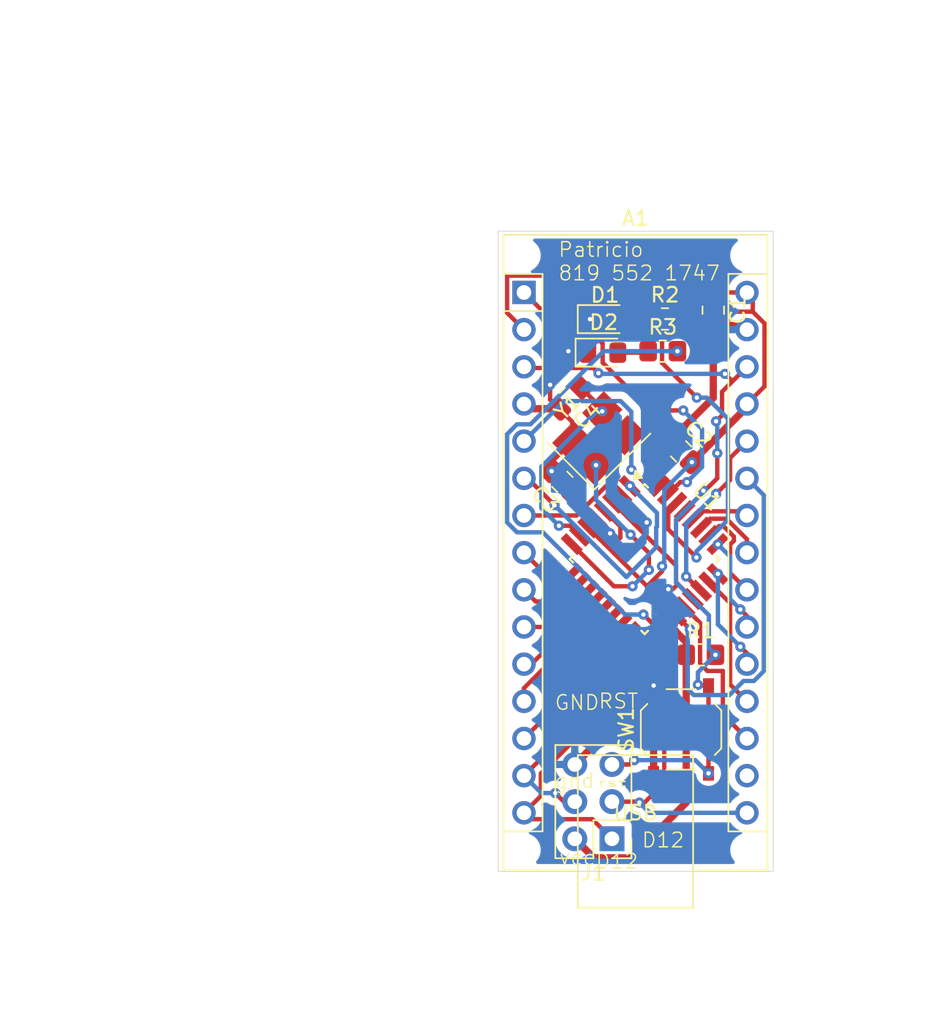
<source format=kicad_pcb>
(kicad_pcb (version 20240108) (generator "pcbnew") (generator_version "8.0")
  (layers (0 "F.Cu" signal) (31 "B.Cu" signal) (34 "B.Paste" user) (35 "F.Paste" user) (36 "B.SilkS" user "B.Silkscreen") (37 "F.SilkS" user "F.Silkscreen") (38 "B.Mask" user) (39 "F.Mask" user) (44 "Edge.Cuts" user))
  (net 0 "")
  (net 2 "A7")
  (net 3 "AREF")
  (net 4 "D7")
  (net 5 "A6")
  (net 6 "/RESET")
  (net 7 "D6")
  (net 8 "D10")
  (net 9 "D2")
  (net 10 "D3")
  (net 11 "A5")
  (net 12 "D4")
  (net 13 "GND")
  (net 14 "D11")
  (net 15 "VCC")
  (net 16 "A3")
  (net 17 "A2")
  (net 18 "D5")
  (net 19 "A1")
  (net 20 "A4")
  (net 21 "D13")
  (net 22 "D9")
  (net 23 "D8")
  (net 24 "A0")
  (net 25 "D12")
  (net 26 "D1")
  (net 27 "D0")
  (net 28 "Net-(U1-XTAL2{slash}PB7)")
  (net 29 "Net-(U1-XTAL1{slash}PB6)")
  (net 30 "Net-(D1-A)")
  (net 31 "Net-(D2-A)")
  (footprint "Connector_PinHeader_2.54mm:PinHeader_2x03_P2.54mm_Vertical" (layer "F.Cu") (at 116.825 112.325 180)
    (property "Reference" "J1" (at 1.27 -2.33 0) (layer "F.SilkS"))
    (property "Value" "ICSP")
    (fp_line (start 3.87 -1.33) (end 3.87 6.41) (stroke (width 0.12)) (layer "F.SilkS"))
    (fp_line (start 1.27 1.27) (end 1.27 -1.33) (stroke (width 0.12)) (layer "F.SilkS"))
    (fp_line (start 1.27 -1.33) (end 3.87 -1.33) (stroke (width 0.12)) (layer "F.SilkS"))
    (fp_line (start -1.33 6.41) (end 3.87 6.41) (stroke (width 0.12)) (layer "F.SilkS"))
    (fp_line (start -1.33 1.27) (end 1.27 1.27) (stroke (width 0.12)) (layer "F.SilkS"))
    (fp_line (start -1.33 1.27) (end -1.33 6.41) (stroke (width 0.12)) (layer "F.SilkS"))
    (fp_line (start -1.33 0) (end -1.33 -1.33) (stroke (width 0.12)) (layer "F.SilkS"))
    (fp_line (start -1.33 -1.33) (end 0 -1.33) (stroke (width 0.12)) (layer "F.SilkS"))
    (pad "1" thru_hole rect (at 0 0 180) (size 1.7 1.7) (drill 1) (layers "*.Cu" "*.Mask") (net 25 "D12"))
    (pad "2" thru_hole oval (at 2.54 0 180) (size 1.7 1.7) (drill 1) (layers "*.Cu" "*.Mask") (net 15 "VCC"))
    (pad "3" thru_hole oval (at 0 2.54 180) (size 1.7 1.7) (drill 1) (layers "*.Cu" "*.Mask") (net 21 "D13"))
    (pad "4" thru_hole oval (at 2.54 2.54 180) (size 1.7 1.7) (drill 1) (layers "*.Cu" "*.Mask") (net 14 "D11"))
    (pad "5" thru_hole oval (at 0 5.08 180) (size 1.7 1.7) (drill 1) (layers "*.Cu" "*.Mask") (net 6 "/RESET"))
    (pad "6" thru_hole oval (at 2.54 5.08 180) (size 1.7 1.7) (drill 1) (layers "*.Cu" "*.Mask") (net 13 "GND"))
  )
  (footprint "Crystal:Crystal_SMD_3225-4Pin_3.2x2.5mm_HandSoldering" (layer "F.Cu") (at 115.95 84.95 45)
    (property "Reference" "Y1" (at 0 -3.05 45) (layer "F.SilkS"))
    (property "Value" "Crystal_GND24")
    (fp_line (start -2.7 -2.25) (end -2.7 2.25) (stroke (width 0.12)) (layer "F.SilkS"))
    (fp_line (start -2.7 2.25) (end 2.7 2.25) (stroke (width 0.12)) (layer "F.SilkS"))
    (pad "1" smd rect (at -1.45 1.15 45) (size 2.1 1.8) (layers "F.Cu" "F.Paste" "F.Mask") (net 28 "Net-(U1-XTAL2{slash}PB7)"))
    (pad "2" smd rect (at 1.45 1.15 45) (size 2.1 1.8) (layers "F.Cu" "F.Paste" "F.Mask") (net 13 "GND"))
    (pad "3" smd rect (at 1.45 -1.15 45) (size 2.1 1.8) (layers "F.Cu" "F.Paste" "F.Mask") (net 29 "Net-(U1-XTAL1{slash}PB6)"))
    (pad "4" smd rect (at -1.45 -1.15 45) (size 2.1 1.8) (layers "F.Cu" "F.Paste" "F.Mask") (net 13 "GND"))
  )
  (footprint "Resistor_SMD:R_0805_2012Metric_Pad1.20x1.40mm_HandSolder" (layer "F.Cu") (at 122.9 99.75)
    (property "Reference" "R1" (at 0 -1.65 0) (layer "F.SilkS"))
    (property "Value" "10k")
    (fp_line (start -0.227064 -0.735) (end 0.227064 -0.735) (stroke (width 0.12)) (layer "F.SilkS"))
    (fp_line (start -0.227064 0.735) (end 0.227064 0.735) (stroke (width 0.12)) (layer "F.SilkS"))
    (pad "1" smd roundrect (at -1 0) (size 1.2 1.4) (layers "F.Cu" "F.Paste" "F.Mask") (roundrect_rratio 0.208333) (net 15 "VCC"))
    (pad "2" smd roundrect (at 1 0) (size 1.2 1.4) (layers "F.Cu" "F.Paste" "F.Mask") (roundrect_rratio 0.208333) (net 6 "/RESET"))
  )
  (footprint "Capacitor_SMD:C_0805_2012Metric_Pad1.18x1.45mm_HandSolder" (layer "F.Cu") (at 113.433623 87.933623 135)
    (property "Reference" "C3" (at 0 -1.679999 135) (layer "F.SilkS"))
    (property "Value" "12pf")
    (fp_line (start -0.261253 -0.735) (end 0.261253 -0.735) (stroke (width 0.12)) (layer "F.SilkS"))
    (fp_line (start -0.261253 0.735) (end 0.261253 0.735) (stroke (width 0.12)) (layer "F.SilkS"))
    (pad "1" smd roundrect (at -1.0375 0 135) (size 1.175 1.45) (layers "F.Cu" "F.Paste" "F.Mask") (roundrect_rratio 0.212766) (net 28 "Net-(U1-XTAL2{slash}PB7)"))
    (pad "2" smd roundrect (at 1.0375 0 135) (size 1.175 1.45) (layers "F.Cu" "F.Paste" "F.Mask") (roundrect_rratio 0.212766) (net 13 "GND"))
  )
  (footprint "LED_SMD:LED_0805_2012Metric_Pad1.15x1.40mm_HandSolder" (layer "F.Cu") (at 116.35 76.81)
    (property "Reference" "D1" (at 0 -1.65 0) (layer "F.SilkS"))
    (property "Value" "LED")
    (fp_line (start -1.86 -0.96) (end -1.86 0.96) (stroke (width 0.12)) (layer "F.SilkS"))
    (fp_line (start -1.86 0.96) (end 1 0.96) (stroke (width 0.12)) (layer "F.SilkS"))
    (fp_line (start 1 -0.96) (end -1.86 -0.96) (stroke (width 0.12)) (layer "F.SilkS"))
    (pad "1" smd roundrect (at -1.025 0) (size 1.15 1.4) (layers "F.Cu" "F.Paste" "F.Mask") (roundrect_rratio 0.217391) (net 13 "GND"))
    (pad "2" smd roundrect (at 1.025 0) (size 1.15 1.4) (layers "F.Cu" "F.Paste" "F.Mask") (roundrect_rratio 0.217391) (net 30 "Net-(D1-A)"))
  )
  (footprint "Module:Arduino_Nano_WithMountingHoles" (layer "F.Cu") (at 110.8125 74.98875)
    (property "Reference" "A1" (at 7.62 -5.08 0) (layer "F.SilkS"))
    (property "Value" "Arduino_Nano_v3.x")
    (fp_line (start -1.4 -3.94) (end -1.4 -1.27) (stroke (width 0.12)) (layer "F.SilkS"))
    (fp_line (start -1.4 1.27) (end -1.4 39.5) (stroke (width 0.12)) (layer "F.SilkS"))
    (fp_line (start -1.4 39.5) (end 3.68 39.5) (stroke (width 0.12)) (layer "F.SilkS"))
    (fp_line (start 1.27 -1.27) (end -1.4 -1.27) (stroke (width 0.12)) (layer "F.SilkS"))
    (fp_line (start 1.27 1.27) (end -1.4 1.27) (stroke (width 0.12)) (layer "F.SilkS"))
    (fp_line (start 1.27 1.27) (end 1.27 -1.27) (stroke (width 0.12)) (layer "F.SilkS"))
    (fp_line (start 1.27 1.27) (end 1.27 36.83) (stroke (width 0.12)) (layer "F.SilkS"))
    (fp_line (start 1.27 36.83) (end -1.4 36.83) (stroke (width 0.12)) (layer "F.SilkS"))
    (fp_line (start 3.68 31.62) (end 11.56 31.62) (stroke (width 0.12)) (layer "F.SilkS"))
    (fp_line (start 3.68 42.04) (end 3.68 31.62) (stroke (width 0.12)) (layer "F.SilkS"))
    (fp_line (start 11.56 31.62) (end 11.56 42.04) (stroke (width 0.12)) (layer "F.SilkS"))
    (fp_line (start 11.56 42.04) (end 3.68 42.04) (stroke (width 0.12)) (layer "F.SilkS"))
    (fp_line (start 13.97 -1.27) (end 13.97 36.83) (stroke (width 0.12)) (layer "F.SilkS"))
    (fp_line (start 13.97 -1.27) (end 16.64 -1.27) (stroke (width 0.12)) (layer "F.SilkS"))
    (fp_line (start 13.97 36.83) (end 16.64 36.83) (stroke (width 0.12)) (layer "F.SilkS"))
    (fp_line (start 16.64 -3.94) (end -1.4 -3.94) (stroke (width 0.12)) (layer "F.SilkS"))
    (fp_line (start 16.64 39.5) (end 11.56 39.5) (stroke (width 0.12)) (layer "F.SilkS"))
    (fp_line (start 16.64 39.5) (end 16.64 -3.94) (stroke (width 0.12)) (layer "F.SilkS"))
    (fp_text user "USB" (at 7.62 35.56 0) (layer "F.SilkS"))
    (pad "" np_thru_hole circle (at 0 -2.54) (size 1.78 1.78) (drill 1.78) (layers "*.Cu" "*.Mask"))
    (pad "" np_thru_hole circle (at 0 38.1) (size 1.78 1.78) (drill 1.78) (layers "*.Cu" "*.Mask"))
    (pad "" np_thru_hole circle (at 15.24 -2.54) (size 1.78 1.78) (drill 1.78) (layers "*.Cu" "*.Mask"))
    (pad "" np_thru_hole circle (at 15.24 38.1) (size 1.78 1.78) (drill 1.78) (layers "*.Cu" "*.Mask"))
    (pad "1" thru_hole rect (at 0 0) (size 1.6 1.6) (drill 1) (layers "*.Cu" "*.Mask") (net 26 "D1"))
    (pad "2" thru_hole oval (at 0 2.54) (size 1.6 1.6) (drill 1) (layers "*.Cu" "*.Mask") (net 27 "D0"))
    (pad "3" thru_hole oval (at 0 5.08) (size 1.6 1.6) (drill 1) (layers "*.Cu" "*.Mask") (net 6 "/RESET"))
    (pad "4" thru_hole oval (at 0 7.62) (size 1.6 1.6) (drill 1) (layers "*.Cu" "*.Mask") (net 13 "GND"))
    (pad "5" thru_hole oval (at 0 10.16) (size 1.6 1.6) (drill 1) (layers "*.Cu" "*.Mask") (net 9 "D2"))
    (pad "6" thru_hole oval (at 0 12.7) (size 1.6 1.6) (drill 1) (layers "*.Cu" "*.Mask") (net 10 "D3"))
    (pad "7" thru_hole oval (at 0 15.24) (size 1.6 1.6) (drill 1) (layers "*.Cu" "*.Mask") (net 12 "D4"))
    (pad "8" thru_hole oval (at 0 17.78) (size 1.6 1.6) (drill 1) (layers "*.Cu" "*.Mask") (net 18 "D5"))
    (pad "9" thru_hole oval (at 0 20.32) (size 1.6 1.6) (drill 1) (layers "*.Cu" "*.Mask") (net 7 "D6"))
    (pad "10" thru_hole oval (at 0 22.86) (size 1.6 1.6) (drill 1) (layers "*.Cu" "*.Mask") (net 4 "D7"))
    (pad "11" thru_hole oval (at 0 25.4) (size 1.6 1.6) (drill 1) (layers "*.Cu" "*.Mask") (net 23 "D8"))
    (pad "12" thru_hole oval (at 0 27.94) (size 1.6 1.6) (drill 1) (layers "*.Cu" "*.Mask") (net 22 "D9"))
    (pad "13" thru_hole oval (at 0 30.48) (size 1.6 1.6) (drill 1) (layers "*.Cu" "*.Mask") (net 8 "D10"))
    (pad "14" thru_hole oval (at 0 33.02) (size 1.6 1.6) (drill 1) (layers "*.Cu" "*.Mask") (net 14 "D11"))
    (pad "15" thru_hole oval (at 0 35.56) (size 1.6 1.6) (drill 1) (layers "*.Cu" "*.Mask") (net 25 "D12"))
    (pad "16" thru_hole oval (at 15.24 35.56) (size 1.6 1.6) (drill 1) (layers "*.Cu" "*.Mask") (net 21 "D13"))
    (pad "17" thru_hole oval (at 15.24 33.02) (size 1.6 1.6) (drill 1) (layers "*.Cu" "*.Mask"))
    (pad "18" thru_hole oval (at 15.24 30.48) (size 1.6 1.6) (drill 1) (layers "*.Cu" "*.Mask") (net 3 "AREF"))
    (pad "19" thru_hole oval (at 15.24 27.94) (size 1.6 1.6) (drill 1) (layers "*.Cu" "*.Mask") (net 24 "A0"))
    (pad "20" thru_hole oval (at 15.24 25.4) (size 1.6 1.6) (drill 1) (layers "*.Cu" "*.Mask") (net 19 "A1"))
    (pad "21" thru_hole oval (at 15.24 22.86) (size 1.6 1.6) (drill 1) (layers "*.Cu" "*.Mask") (net 17 "A2"))
    (pad "22" thru_hole oval (at 15.24 20.32) (size 1.6 1.6) (drill 1) (layers "*.Cu" "*.Mask") (net 16 "A3"))
    (pad "23" thru_hole oval (at 15.24 17.78) (size 1.6 1.6) (drill 1) (layers "*.Cu" "*.Mask") (net 20 "A4"))
    (pad "24" thru_hole oval (at 15.24 15.24) (size 1.6 1.6) (drill 1) (layers "*.Cu" "*.Mask") (net 11 "A5"))
    (pad "25" thru_hole oval (at 15.24 12.7) (size 1.6 1.6) (drill 1) (layers "*.Cu" "*.Mask") (net 5 "A6"))
    (pad "26" thru_hole oval (at 15.24 10.16) (size 1.6 1.6) (drill 1) (layers "*.Cu" "*.Mask") (net 2 "A7"))
    (pad "27" thru_hole oval (at 15.24 7.62) (size 1.6 1.6) (drill 1) (layers "*.Cu" "*.Mask") (net 15 "VCC"))
    (pad "28" thru_hole oval (at 15.24 5.08) (size 1.6 1.6) (drill 1) (layers "*.Cu" "*.Mask") (net 6 "/RESET"))
    (pad "29" thru_hole oval (at 15.24 2.54) (size 1.6 1.6) (drill 1) (layers "*.Cu" "*.Mask") (net 13 "GND"))
    (pad "30" thru_hole oval (at 15.24 0) (size 1.6 1.6) (drill 1) (layers "*.Cu" "*.Mask") (net 15 "VCC"))
  )
  (footprint "Capacitor_SMD:C_0805_2012Metric_Pad1.18x1.45mm_HandSolder" (layer "F.Cu") (at 123.75 76.2 -90)
    (property "Reference" "C1" (at 0 -1.68 90) (layer "F.SilkS"))
    (property "Value" "100nf")
    (fp_line (start -0.261252 0.735) (end 0.261252 0.735) (stroke (width 0.12)) (layer "F.SilkS"))
    (fp_line (start -0.261252 -0.735) (end 0.261252 -0.735) (stroke (width 0.12)) (layer "F.SilkS"))
    (pad "1" smd roundrect (at -1.0375 0 270) (size 1.175 1.45) (layers "F.Cu" "F.Paste" "F.Mask") (roundrect_rratio 0.212766) (net 15 "VCC"))
    (pad "2" smd roundrect (at 1.0375 0 270) (size 1.175 1.45) (layers "F.Cu" "F.Paste" "F.Mask") (roundrect_rratio 0.212766) (net 13 "GND"))
  )
  (footprint "Button_Switch_SMD:SW_Push_1P1T_XKB_TS-1187A" (layer "F.Cu") (at 121.55 104.85 90)
    (property "Reference" "SW1" (at 0 -3.75 90) (layer "F.SilkS"))
    (property "Value" "SW_SPST")
    (fp_line (start -1.3 -2.75) (end 1.3 -2.75) (stroke (width 0.12)) (layer "F.SilkS"))
    (fp_line (start 1.75 -2.3) (end 1.3 -2.75) (stroke (width 0.12)) (layer "F.SilkS"))
    (fp_line (start -1.75 -2.3) (end -1.3 -2.75) (stroke (width 0.12)) (layer "F.SilkS"))
    (fp_line (start 2.75 -1) (end 2.75 1) (stroke (width 0.12)) (layer "F.SilkS"))
    (fp_line (start -2.75 -1) (end -2.75 1) (stroke (width 0.12)) (layer "F.SilkS"))
    (fp_line (start 1.75 2.3) (end 1.3 2.75) (stroke (width 0.12)) (layer "F.SilkS"))
    (fp_line (start -1.75 2.3) (end -1.3 2.75) (stroke (width 0.12)) (layer "F.SilkS"))
    (fp_line (start -1.3 2.75) (end 1.3 2.75) (stroke (width 0.12)) (layer "F.SilkS"))
    (pad "1" smd rect (at -3 -1.875 90) (size 1 0.75) (layers "F.Cu" "F.Paste" "F.Mask") (net 13 "GND"))
    (pad "1" smd rect (at 3 -1.875 90) (size 1 0.75) (layers "F.Cu" "F.Paste" "F.Mask") (net 13 "GND"))
    (pad "2" smd rect (at -3 1.875 90) (size 1 0.75) (layers "F.Cu" "F.Paste" "F.Mask") (net 6 "/RESET"))
    (pad "2" smd rect (at 3 1.875 90) (size 1 0.75) (layers "F.Cu" "F.Paste" "F.Mask") (net 6 "/RESET"))
  )
  (footprint "Capacitor_SMD:C_0805_2012Metric_Pad1.18x1.45mm_HandSolder" (layer "F.Cu") (at 113.95 82.2 -135)
    (property "Reference" "C4" (at 0 -1.679999 45) (layer "F.SilkS"))
    (property "Value" "12pf")
    (fp_line (start -0.261253 0.735) (end 0.261253 0.735) (stroke (width 0.12)) (layer "F.SilkS"))
    (fp_line (start -0.261253 -0.735) (end 0.261253 -0.735) (stroke (width 0.12)) (layer "F.SilkS"))
    (pad "1" smd roundrect (at -1.0375 0 225) (size 1.175 1.45) (layers "F.Cu" "F.Paste" "F.Mask") (roundrect_rratio 0.212766) (net 29 "Net-(U1-XTAL1{slash}PB6)"))
    (pad "2" smd roundrect (at 1.0375 0 225) (size 1.175 1.45) (layers "F.Cu" "F.Paste" "F.Mask") (roundrect_rratio 0.212766) (net 13 "GND"))
  )
  (footprint "Package_QFP:TQFP-32_7x7mm_P0.8mm" (layer "F.Cu") (at 119.0625 93.209861 -45)
    (property "Reference" "U1" (at 0 -6.05 135) (layer "F.SilkS"))
    (property "Value" "ATmega328P-A")
    (fp_line (start -3.625 3.625) (end -3.625 3.299999) (stroke (width 0.15)) (layer "F.SilkS"))
    (fp_line (start -3.625 3.625) (end -3.299999 3.625) (stroke (width 0.15)) (layer "F.SilkS"))
    (fp_line (start -3.625 -3.625) (end -3.625 -3.4) (stroke (width 0.15)) (layer "F.SilkS"))
    (fp_line (start -3.625 -3.625) (end -3.299999 -3.625) (stroke (width 0.15)) (layer "F.SilkS"))
    (fp_line (start 3.625 3.625) (end 3.299999 3.625) (stroke (width 0.15)) (layer "F.SilkS"))
    (fp_line (start 3.625 3.625) (end 3.625 3.299999) (stroke (width 0.15)) (layer "F.SilkS"))
    (fp_line (start 3.625 -3.625) (end 3.299999 -3.625) (stroke (width 0.15)) (layer "F.SilkS"))
    (fp_line (start 3.625 -3.625) (end 3.625 -3.299999) (stroke (width 0.15)) (layer "F.SilkS"))
    (fp_poly (pts (xy -4.39 -3.34) (xy -4.73 -3.81) (xy -4.05 -3.81) (xy -4.39 -3.34)) (stroke (width 0.12)) (fill solid) (layer "F.SilkS"))
    (pad "1" smd rect (at -4.25 -2.8 315) (size 1.6 0.55) (layers "F.Cu" "F.Paste" "F.Mask") (net 10 "D3"))
    (pad "2" smd rect (at -4.25 -2 315) (size 1.6 0.55) (layers "F.Cu" "F.Paste" "F.Mask") (net 12 "D4"))
    (pad "3" smd rect (at -4.25 -1.2 315) (size 1.6 0.55) (layers "F.Cu" "F.Paste" "F.Mask") (net 13 "GND"))
    (pad "4" smd rect (at -4.25 -0.4 315) (size 1.6 0.55) (layers "F.Cu" "F.Paste" "F.Mask") (net 15 "VCC"))
    (pad "5" smd rect (at -4.25 0.4 315) (size 1.6 0.55) (layers "F.Cu" "F.Paste" "F.Mask") (net 13 "GND"))
    (pad "6" smd rect (at -4.25 1.2 315) (size 1.6 0.55) (layers "F.Cu" "F.Paste" "F.Mask") (net 15 "VCC"))
    (pad "7" smd rect (at -4.25 2 315) (size 1.6 0.55) (layers "F.Cu" "F.Paste" "F.Mask") (net 29 "Net-(U1-XTAL1{slash}PB6)"))
    (pad "8" smd rect (at -4.25 2.8 315) (size 1.6 0.55) (layers "F.Cu" "F.Paste" "F.Mask") (net 28 "Net-(U1-XTAL2{slash}PB7)"))
    (pad "9" smd rect (at -2.8 4.25 45) (size 1.6 0.55) (layers "F.Cu" "F.Paste" "F.Mask") (net 18 "D5"))
    (pad "10" smd rect (at -2 4.25 45) (size 1.6 0.55) (layers "F.Cu" "F.Paste" "F.Mask") (net 7 "D6"))
    (pad "11" smd rect (at -1.2 4.25 45) (size 1.6 0.55) (layers "F.Cu" "F.Paste" "F.Mask") (net 4 "D7"))
    (pad "12" smd rect (at -0.4 4.25 45) (size 1.6 0.55) (layers "F.Cu" "F.Paste" "F.Mask") (net 23 "D8"))
    (pad "13" smd rect (at 0.4 4.25 45) (size 1.6 0.55) (layers "F.Cu" "F.Paste" "F.Mask") (net 22 "D9"))
    (pad "14" smd rect (at 1.2 4.25 45) (size 1.6 0.55) (layers "F.Cu" "F.Paste" "F.Mask") (net 8 "D10"))
    (pad "15" smd rect (at 2 4.25 45) (size 1.6 0.55) (layers "F.Cu" "F.Paste" "F.Mask") (net 14 "D11"))
    (pad "16" smd rect (at 2.8 4.25 45) (size 1.6 0.55) (layers "F.Cu" "F.Paste" "F.Mask") (net 25 "D12"))
    (pad "17" smd rect (at 4.25 2.8 315) (size 1.6 0.55) (layers "F.Cu" "F.Paste" "F.Mask") (net 21 "D13"))
    (pad "18" smd rect (at 4.25 2 315) (size 1.6 0.55) (layers "F.Cu" "F.Paste" "F.Mask") (net 15 "VCC"))
    (pad "19" smd rect (at 4.25 1.2 315) (size 1.6 0.55) (layers "F.Cu" "F.Paste" "F.Mask") (net 5 "A6"))
    (pad "20" smd rect (at 4.25 0.4 315) (size 1.6 0.55) (layers "F.Cu" "F.Paste" "F.Mask") (net 3 "AREF"))
    (pad "21" smd rect (at 4.25 -0.4 315) (size 1.6 0.55) (layers "F.Cu" "F.Paste" "F.Mask") (net 13 "GND"))
    (pad "22" smd rect (at 4.25 -1.2 315) (size 1.6 0.55) (layers "F.Cu" "F.Paste" "F.Mask") (net 2 "A7"))
    (pad "23" smd rect (at 4.25 -2 315) (size 1.6 0.55) (layers "F.Cu" "F.Paste" "F.Mask") (net 24 "A0"))
    (pad "24" smd rect (at 4.25 -2.8 315) (size 1.6 0.55) (layers "F.Cu" "F.Paste" "F.Mask") (net 19 "A1"))
    (pad "25" smd rect (at 2.8 -4.25 45) (size 1.6 0.55) (layers "F.Cu" "F.Paste" "F.Mask") (net 17 "A2"))
    (pad "26" smd rect (at 2 -4.25 45) (size 1.6 0.55) (layers "F.Cu" "F.Paste" "F.Mask") (net 16 "A3"))
    (pad "27" smd rect (at 1.2 -4.25 45) (size 1.6 0.55) (layers "F.Cu" "F.Paste" "F.Mask") (net 20 "A4"))
    (pad "28" smd rect (at 0.4 -4.25 45) (size 1.6 0.55) (layers "F.Cu" "F.Paste" "F.Mask") (net 11 "A5"))
    (pad "29" smd rect (at -0.4 -4.25 45) (size 1.6 0.55) (layers "F.Cu" "F.Paste" "F.Mask") (net 6 "/RESET"))
    (pad "30" smd rect (at -1.2 -4.25 45) (size 1.6 0.55) (layers "F.Cu" "F.Paste" "F.Mask") (net 27 "D0"))
    (pad "31" smd rect (at -2 -4.25 45) (size 1.6 0.55) (layers "F.Cu" "F.Paste" "F.Mask") (net 26 "D1"))
    (pad "32" smd rect (at -2.8 -4.25 45) (size 1.6 0.55) (layers "F.Cu" "F.Paste" "F.Mask") (net 9 "D2"))
  )
  (footprint "Resistor_SMD:R_0805_2012Metric_Pad1.20x1.40mm_HandSolder" (layer "F.Cu") (at 120.45 76.8)
    (property "Reference" "R2" (at 0 -1.65 0) (layer "F.SilkS"))
    (property "Value" "1k")
    (fp_line (start -0.227064 -0.735) (end 0.227064 -0.735) (stroke (width 0.12)) (layer "F.SilkS"))
    (fp_line (start -0.227064 0.735) (end 0.227064 0.735) (stroke (width 0.12)) (layer "F.SilkS"))
    (pad "1" smd roundrect (at -1 0) (size 1.2 1.4) (layers "F.Cu" "F.Paste" "F.Mask") (roundrect_rratio 0.208333) (net 30 "Net-(D1-A)"))
    (pad "2" smd roundrect (at 1 0) (size 1.2 1.4) (layers "F.Cu" "F.Paste" "F.Mask") (roundrect_rratio 0.208333) (net 15 "VCC"))
  )
  (footprint "Resistor_SMD:R_0805_2012Metric_Pad1.20x1.40mm_HandSolder" (layer "F.Cu") (at 120.3 79)
    (property "Reference" "R3" (at 0 -1.65 0) (layer "F.SilkS"))
    (property "Value" "1k")
    (fp_line (start -0.227064 -0.735) (end 0.227064 -0.735) (stroke (width 0.12)) (layer "F.SilkS"))
    (fp_line (start -0.227064 0.735) (end 0.227064 0.735) (stroke (width 0.12)) (layer "F.SilkS"))
    (pad "1" smd roundrect (at -1 0) (size 1.2 1.4) (layers "F.Cu" "F.Paste" "F.Mask") (roundrect_rratio 0.208333) (net 31 "Net-(D2-A)"))
    (pad "2" smd roundrect (at 1 0) (size 1.2 1.4) (layers "F.Cu" "F.Paste" "F.Mask") (roundrect_rratio 0.208333) (net 21 "D13"))
  )
  (footprint "Capacitor_SMD:C_0805_2012Metric_Pad1.18x1.45mm_HandSolder" (layer "F.Cu") (at 121.55 85.85 -45)
    (property "Reference" "C2" (at 0 -1.679999 135) (layer "F.SilkS"))
    (property "Value" "100nf")
    (fp_line (start -0.261253 0.735) (end 0.261253 0.735) (stroke (width 0.12)) (layer "F.SilkS"))
    (fp_line (start -0.261253 -0.735) (end 0.261253 -0.735) (stroke (width 0.12)) (layer "F.SilkS"))
    (pad "1" smd roundrect (at -1.0375 0 315) (size 1.175 1.45) (layers "F.Cu" "F.Paste" "F.Mask") (roundrect_rratio 0.212766) (net 13 "GND"))
    (pad "2" smd roundrect (at 1.0375 0 315) (size 1.175 1.45) (layers "F.Cu" "F.Paste" "F.Mask") (roundrect_rratio 0.212766) (net 15 "VCC"))
  )
  (footprint "LED_SMD:LED_0805_2012Metric_Pad1.15x1.40mm_HandSolder" (layer "F.Cu") (at 116.2 79.1)
    (property "Reference" "D2" (at 0.06 -2.07 0) (layer "F.SilkS"))
    (property "Value" "LED")
    (fp_line (start -1.86 -0.96) (end -1.86 0.96) (stroke (width 0.12)) (layer "F.SilkS"))
    (fp_line (start -1.86 0.96) (end 1 0.96) (stroke (width 0.12)) (layer "F.SilkS"))
    (fp_line (start 1 -0.96) (end -1.86 -0.96) (stroke (width 0.12)) (layer "F.SilkS"))
    (pad "1" smd roundrect (at -1.025 0) (size 1.15 1.4) (layers "F.Cu" "F.Paste" "F.Mask") (roundrect_rratio 0.217391) (net 13 "GND"))
    (pad "2" smd roundrect (at 1.025 0) (size 1.15 1.4) (layers "F.Cu" "F.Paste" "F.Mask") (roundrect_rratio 0.217391) (net 31 "Net-(D2-A)"))
  )
  (gr_rect (start 109.05 70.8) (end 127.85 114.55) (stroke (width 0.05)) (fill none) (layer "Edge.Cuts"))
  (gr_text "vcc" (at 113.15 114.2 0) (layer "F.SilkS") (effects (font (size 1 1) (thickness 0.1)) (justify left bottom)))
  (gr_text "D12" (at 115.65 114.45 0) (layer "F.SilkS") (effects (font (size 1 1) (thickness 0.1)) (justify left bottom)))
  (gr_text "Patricio\n819 552 1747" (at 113.1 74.25 0) (layer "F.SilkS") (effects (font (size 1 1) (thickness 0.1)) (justify left bottom)))
  (gr_text "RST" (at 115.85 103.5 0) (layer "F.SilkS") (effects (font (size 1 1) (thickness 0.1)) (justify left bottom)))
  (gr_text "gnd" (at 112.85 108.95 0) (layer "F.SilkS") (effects (font (size 1 1) (thickness 0.1)) (justify left bottom)))
  (gr_text "GND\n" (at 112.85 103.6 0) (layer "F.SilkS") (effects (font (size 1 1) (thickness 0.1)) (justify left bottom)))
  (gr_text "rst" (at 115.75 108.8 0) (layer "F.SilkS") (effects (font (size 0.5 1) (thickness 0.1)) (justify left bottom)))
  (gr_text "D12" (at 118.8 113 0) (layer "F.SilkS") (effects (font (size 1 1) (thickness 0.1)) (justify left bottom)))
  (segment (start 122.866537 95.366537) (end 121.9 94.4) (width 0.3) (layer "F.Cu") (net 2))
  (segment (start 124.9025 87.794126) (end 124.9025 86.29875) (width 0.3) (layer "F.Cu") (net 2))
  (segment (start 123.948313 88.748313) (end 124.9025 87.794126) (width 0.3) (layer "F.Cu") (net 2))
  (segment (start 124.9025 86.29875) (end 126.0525 85.14875) (width 0.3) (layer "F.Cu") (net 2))
  (segment (start 122.916232 95.366537) (end 122.866537 95.366537) (width 0.3) (layer "F.Cu") (net 2))
  (via (at 121.9 94.4) (size 0.7) (drill 0.3) (layers "F.Cu" "B.Cu") (net 2))
  (via (at 123.948313 88.748313) (size 0.7) (drill 0.3) (layers "F.Cu" "B.Cu") (net 2))
  (segment (start 121.9 90.796626) (end 123.948313 88.748313) (width 0.3) (layer "B.Cu") (net 2))
  (segment (start 121.9 94.4) (end 121.9 90.796626) (width 0.3) (layer "B.Cu") (net 2))
  (segment (start 123.347044 100.8525) (end 122.85 100.355456) (width 0.3) (layer "F.Cu") (net 3))
  (segment (start 124.4025 103.81875) (end 124.4025 100.8525) (width 0.3) (layer "F.Cu") (net 3))
  (segment (start 122.85 100.355456) (end 122.85 97.563047) (width 0.3) (layer "F.Cu") (net 3))
  (segment (start 126.0525 105.46875) (end 124.4025 103.81875) (width 0.3) (layer "F.Cu") (net 3))
  (segment (start 124.4025 100.8525) (end 123.347044 100.8525) (width 0.3) (layer "F.Cu") (net 3))
  (segment (start 122.85 97.563047) (end 121.784861 96.497908) (width 0.3) (layer "F.Cu") (net 3))
  (segment (start 115.208768 95.366537) (end 112.726555 97.84875) (width 0.3) (layer "F.Cu") (net 4))
  (segment (start 112.726555 97.84875) (end 110.8125 97.84875) (width 0.3) (layer "F.Cu") (net 4))
  (segment (start 121.219176 97.063593) (end 122.150001 97.994418) (width 0.3) (layer "F.Cu") (net 5))
  (via (at 122.150001 97.994418) (size 0.7) (drill 0.3) (layers "F.Cu" "B.Cu") (net 5))
  (segment (start 126.528846 101.53875) (end 127.2025 100.865096) (width 0.3) (layer "B.Cu") (net 5))
  (segment (start 127.2025 100.865096) (end 127.2025 88.83875) (width 0.3) (layer "B.Cu") (net 5))
  (segment (start 124.854904 102.5) (end 125.816154 101.53875) (width 0.3) (layer "B.Cu") (net 5))
  (segment (start 122 102.08995) (end 122.41005 102.5) (width 0.3) (layer "B.Cu") (net 5))
  (segment (start 122.150001 97.994418) (end 122 98.144419) (width 0.3) (layer "B.Cu") (net 5))
  (segment (start 127.2025 88.83875) (end 126.0525 87.68875) (width 0.3) (layer "B.Cu") (net 5))
  (segment (start 122 98.144419) (end 122 102.08995) (width 0.3) (layer "B.Cu") (net 5))
  (segment (start 122.41005 102.5) (end 124.854904 102.5) (width 0.3) (layer "B.Cu") (net 5))
  (segment (start 125.816154 101.53875) (end 126.528846 101.53875) (width 0.3) (layer "B.Cu") (net 5))
  (segment (start 123.425 107.85) (end 123.425 101.85) (width 0.3) (layer "F.Cu") (net 6))
  (segment (start 124.35 83.385874) (end 124.35 81.77125) (width 0.3) (layer "F.Cu") (net 6))
  (segment (start 124.35 81.77125) (end 124.960625 81.160625) (width 0.3) (layer "F.Cu") (net 6))
  (segment (start 124.960625 80.960625) (end 124.55 80.55) (width 0.3) (layer "F.Cu") (net 6))
  (segment (start 116.825 107.245) (end 118.055 107.245) (width 0.3) (layer "F.Cu") (net 6))
  (segment (start 110.89375 80.15) (end 110.8125 80.06875) (width 0.3) (layer "F.Cu") (net 6))
  (segment (start 124.960625 81.160625) (end 124.960625 80.960625) (width 0.3) (layer "F.Cu") (net 6))
  (segment (start 122.75 101.85) (end 122.7 101.8) (width 0.3) (layer "F.Cu") (net 6))
  (segment (start 118.055 107.245) (end 118.35 106.95) (width 0.3) (layer "F.Cu") (net 6))
  (segment (start 115.9 80.5) (end 115.55 80.15) (width 0.3) (layer "F.Cu") (net 6))
  (segment (start 115.55 80.15) (end 110.89375 80.15) (width 0.3) (layer "F.Cu") (net 6))
  (segment (start 124.024309 87.682366) (end 124.024309 85.974309) (width 0.3) (layer "F.Cu") (net 6))
  (segment (start 123.942937 83.792937) (end 124.35 83.385874) (width 0.3) (layer "F.Cu") (net 6))
  (segment (start 121.784861 89.921814) (end 124.024309 87.682366) (width 0.3) (layer "F.Cu") (net 6))
  (segment (start 124.960625 81.160625) (end 126.0525 80.06875) (width 0.3) (layer "F.Cu") (net 6))
  (segment (start 123.425 101.85) (end 122.75 101.85) (width 0.3) (layer "F.Cu") (net 6))
  (via (at 115.9 80.5) (size 0.7) (drill 0.3) (layers "F.Cu" "B.Cu") (net 6))
  (via (at 118.35 106.95) (size 0.7) (drill 0.3) (layers "F.Cu" "B.Cu") (net 6))
  (via (at 124.55 80.55) (size 0.7) (drill 0.3) (layers "F.Cu" "B.Cu") (net 6))
  (via (at 123.9 99.75) (size 0.7) (drill 0.3) (layers "F.Cu" "B.Cu") (net 6))
  (via (at 124.024309 85.974309) (size 0.7) (drill 0.3) (layers "F.Cu" "B.Cu") (net 6))
  (via (at 123.074216 88.533933) (size 0.7) (drill 0.3) (layers "F.Cu" "B.Cu") (net 6))
  (via (at 123.942937 83.792937) (size 0.7) (drill 0.3) (layers "F.Cu" "B.Cu") (net 6))
  (via (at 123.425 107.85) (size 0.7) (drill 0.3) (layers "F.Cu" "B.Cu") (net 6))
  (via (at 122.7 101.8) (size 0.7) (drill 0.3) (layers "F.Cu" "B.Cu") (net 6))
  (segment (start 123.074216 88.632459) (end 123.074216 88.533933) (width 0.3) (layer "B.Cu") (net 6))
  (segment (start 122.525 106.95) (end 123.425 107.85) (width 0.3) (layer "B.Cu") (net 6))
  (segment (start 123.45 97.05) (end 121.2 94.8) (width 0.3) (layer "B.Cu") (net 6))
  (segment (start 124.024309 83.874309) (end 123.942937 83.792937) (width 0.3) (layer "B.Cu") (net 6))
  (segment (start 124.55 80.55) (end 115.95 80.55) (width 0.3) (layer "B.Cu") (net 6))
  (segment (start 123.45 99.3) (end 123.45 97.05) (width 0.3) (layer "B.Cu") (net 6))
  (segment (start 122.7 100.95) (end 123.9 99.75) (width 0.3) (layer "B.Cu") (net 6))
  (segment (start 121.2 94.8) (end 121.2 90.506675) (width 0.3) (layer "B.Cu") (net 6))
  (segment (start 122.7 101.8) (end 122.7 100.95) (width 0.3) (layer "B.Cu") (net 6))
  (segment (start 123.9 99.75) (end 123.45 99.3) (width 0.3) (layer "B.Cu") (net 6))
  (segment (start 118.35 106.95) (end 122.525 106.95) (width 0.3) (layer "B.Cu") (net 6))
  (segment (start 121.2 90.506675) (end 123.074216 88.632459) (width 0.3) (layer "B.Cu") (net 6))
  (segment (start 124.024309 85.974309) (end 124.024309 83.874309) (width 0.3) (layer "B.Cu") (net 6))
  (segment (start 115.95 80.55) (end 115.9 80.5) (width 0.3) (layer "B.Cu") (net 6))
  (segment (start 111.612499 96.108749) (end 110.8125 95.30875) (width 0.3) (layer "F.Cu") (net 7))
  (segment (start 114.643083 94.800851) (end 113.335185 96.108749) (width 0.3) (layer "F.Cu") (net 7))
  (segment (start 113.335185 96.108749) (end 111.612499 96.108749) (width 0.3) (layer "F.Cu") (net 7))
  (segment (start 116.36137 99.91988) (end 110.8125 105.46875) (width 0.3) (layer "F.Cu") (net 8))
  (segment (start 116.905824 97.063593) (end 116.36137 97.608047) (width 0.3) (layer "F.Cu") (net 8))
  (segment (start 116.36137 97.608047) (end 116.36137 99.91988) (width 0.3) (layer "F.Cu") (net 8))
  (segment (start 120.087805 88.224758) (end 119.274758 88.224758) (width 0.3) (layer "F.Cu") (net 9))
  (segment (start 119.274758 88.224758) (end 118.15 87.1) (width 0.3) (layer "F.Cu") (net 9))
  (via (at 118.15 87.1) (size 0.7) (drill 0.3) (layers "F.Cu" "B.Cu") (net 9))
  (segment (start 118.15 83.142894) (end 117.418628 82.411522) (width 0.3) (layer "B.Cu") (net 9))
  (segment (start 117.418628 82.411522) (end 113.549728 82.411522) (width 0.3) (layer "B.Cu") (net 9))
  (segment (start 113.549728 82.411522) (end 110.8125 85.14875) (width 0.3) (layer "B.Cu") (net 9))
  (segment (start 118.15 87.1) (end 118.15 83.142894) (width 0.3) (layer "B.Cu") (net 9))
  (segment (start 110.8125 87.68875) (end 111.0656 87.68875) (width 0.3) (layer "F.Cu") (net 10))
  (segment (start 111.0656 87.68875) (end 112.9056 89.52875) (width 0.3) (layer "F.Cu") (net 10))
  (via (at 112.9056 89.52875) (size 0.7) (drill 0.3) (layers "F.Cu" "B.Cu") (net 10))
  (via (at 118.054873 88.20708) (size 0.7) (drill 0.3) (layers "F.Cu" "B.Cu") (net 10))
  (segment (start 112.9056 89.52875) (end 117.813425 94.436575) (width 0.3) (layer "B.Cu") (net 10))
  (segment (start 119.85 91.03995) (end 119.9 90.98995) (width 0.3) (layer "B.Cu") (net 10))
  (segment (start 119.9 90.052207) (end 118.054873 88.20708) (width 0.3) (layer "B.Cu") (net 10))
  (segment (start 117.813425 94.436575) (end 119.85 92.4) (width 0.3) (layer "B.Cu") (net 10))
  (segment (start 119.85 92.4) (end 119.85 91.03995) (width 0.3) (layer "B.Cu") (net 10))
  (segment (start 119.9 90.98995) (end 119.9 90.052207) (width 0.3) (layer "B.Cu") (net 10))
  (segment (start 122.895002 89.943045) (end 125.766795 89.943045) (width 0.3) (layer "F.Cu") (net 11))
  (segment (start 125.766795 89.943045) (end 126.0525 90.22875) (width 0.3) (layer "F.Cu") (net 11))
  (segment (start 122.350547 90.4875) (end 122.895002 89.943045) (width 0.3) (layer "F.Cu") (net 11))
  (segment (start 116.927055 88.245989) (end 117.47151 88.790444) (width 0.3) (layer "F.Cu") (net 12))
  (segment (start 110.8125 90.22875) (end 114.406855 90.22875) (width 0.3) (layer "F.Cu") (net 12))
  (segment (start 116.389616 88.245989) (end 116.927055 88.245989) (width 0.3) (layer "F.Cu") (net 12))
  (segment (start 114.406855 90.22875) (end 116.389616 88.245989) (width 0.3) (layer "F.Cu") (net 12))
  (segment (start 116.08 105.45) (end 114.285 107.245) (width 0.5) (layer "F.Cu") (net 13))
  (segment (start 118.374847 90.825153) (end 121.2 93.650305) (width 0.3) (layer "F.Cu") (net 13))
  (segment (start 113.216377 82.933623) (end 111.137373 82.933623) (width 0.5) (layer "F.Cu") (net 13))
  (segment (start 121.2 94.781675) (end 121.334162 94.915838) (width 0.3) (layer "F.Cu") (net 13))
  (segment (start 114.111522 85.162132) (end 114.214034 85.05962) (width 0.3) (layer "F.Cu") (net 13))
  (segment (start 121.334162 94.915838) (end 120.984945 95.265055) (width 0.3) (layer "F.Cu") (net 13))
  (segment (start 112.7 87.2) (end 112.7 86.573654) (width 0.3) (layer "F.Cu") (net 13))
  (segment (start 123.75 77.2375) (end 123.75 82.182754) (width 0.5) (layer "F.Cu") (net 13))
  (segment (start 119.074847 90.825153) (end 118.374847 90.825153) (width 0.3) (layer "F.Cu") (net 13))
  (segment (start 115.774453 90.4875) (end 116.318907 91.031954) (width 0.3) (layer "F.Cu") (net 13))
  (segment (start 123.75 82.182754) (end 120.816377 85.116377) (width 0.5) (layer "F.Cu") (net 13))
  (segment (start 120.984945 95.265055) (end 120.676813 95.265055) (width 0.3) (layer "F.Cu") (net 13))
  (segment (start 116.905824 89.356129) (end 118.374847 90.825153) (width 0.3) (layer "F.Cu") (net 13))
  (segment (start 121.334162 94.915838) (end 122.350547 95.932222) (width 0.3) (layer "F.Cu") (net 13))
  (segment (start 115.175 79.1) (end 113.95 79.1) (width 0.3) (layer "F.Cu") (net 13))
  (segment (start 117.788478 84.737868) (end 120.437868 84.737868) (width 0.5) (layer "F.Cu") (net 13))
  (segment (start 123.75 77.2375) (end 125.76125 77.2375) (width 0.5) (layer "F.Cu") (net 13))
  (segment (start 114.111522 85.162132) (end 114.111522 83.828768) (width 0.3) (layer "F.Cu") (net 13))
  (segment (start 112.7 86.573654) (end 114.111522 85.162132) (width 0.3) (layer "F.Cu") (net 13))
  (segment (start 119.675 105.45) (end 116.08 105.45) (width 0.5) (layer "F.Cu") (net 13))
  (segment (start 121.2 93.650305) (end 121.2 94.781675) (width 0.3) (layer "F.Cu") (net 13))
  (segment (start 117.466726 85.05962) (end 117.788478 84.737868) (width 0.3) (layer "F.Cu") (net 13))
  (segment (start 115.774453 90.4875) (end 115.774453 90.524453) (width 0.3) (layer "F.Cu") (net 13))
  (segment (start 112.6 81.3) (end 112.6 82.317246) (width 0.3) (layer "F.Cu") (net 13))
  (segment (start 115.774453 90.524453) (end 116.7 91.45) (width 0.3) (layer "F.Cu") (net 13))
  (segment (start 119.675 105.45) (end 119.675 101.85) (width 0.5) (layer "F.Cu") (net 13))
  (segment (start 112.6 82.317246) (end 113.216377 82.933623) (width 0.3) (layer "F.Cu") (net 13))
  (segment (start 113.95 79.1) (end 113.85 79) (width 0.3) (layer "F.Cu") (net 13))
  (segment (start 125.76125 77.2375) (end 126.0525 77.52875) (width 0.5) (layer "F.Cu") (net 13))
  (segment (start 119.675 107.85) (end 119.675 105.45) (width 0.5) (layer "F.Cu") (net 13))
  (segment (start 111.137373 82.933623) (end 110.8125 82.60875) (width 0.5) (layer "F.Cu") (net 13))
  (segment (start 114.214034 85.05962) (end 117.466726 85.05962) (width 0.3) (layer "F.Cu") (net 13))
  (segment (start 119.2 90.7) (end 119.074847 90.825153) (width 0.3) (layer "F.Cu") (net 13))
  (segment (start 120.437868 84.737868) (end 120.816377 85.116377) (width 0.5) (layer "F.Cu") (net 13))
  (segment (start 114.111522 83.828768) (end 113.216377 82.933623) (width 0.3) (layer "F.Cu") (net 13))
  (via (at 120.676813 95.265055) (size 0.7) (drill 0.3) (layers "F.Cu" "B.Cu") (net 13))
  (via (at 115.325 76.81) (size 0.7) (drill 0.3) (layers "F.Cu" "B.Cu") (net 13))
  (via (at 119.675 101.85) (size 0.7) (drill 0.3) (layers "F.Cu" "B.Cu") (net 13))
  (via (at 112.7 87.2) (size 0.7) (drill 0.3) (layers "F.Cu" "B.Cu") (net 13))
  (via (at 116.7 91.45) (size 0.7) (drill 0.3) (layers "F.Cu" "B.Cu") (net 13))
  (via (at 112.6 81.3) (size 0.7) (drill 0.3) (layers "F.Cu" "B.Cu") (net 13))
  (via (at 119.2 90.7) (size 0.7) (drill 0.3) (layers "F.Cu" "B.Cu") (net 13))
  (via (at 113.85 79) (size 0.7) (drill 0.3) (layers "F.Cu" "B.Cu") (net 13))
  (segment (start 113.85 80.05) (end 112.6 81.3) (width 0.3) (layer "B.Cu") (net 13))
  (segment (start 113.85 79) (end 113.85 80.05) (width 0.3) (layer "B.Cu") (net 13))
  (segment (start 119.2 91.430203) (end 119.2 90.7) (width 0.3) (layer "B.Cu") (net 13))
  (segment (start 113.85 79) (end 113.85 78.285) (width 0.3) (layer "B.Cu") (net 13))
  (segment (start 120.676813 95.265055) (end 119.675 96.266868) (width 0.3) (layer "B.Cu") (net 13))
  (segment (start 118.389949 92.240254) (end 119.2 91.430203) (width 0.3) (layer "B.Cu") (net 13))
  (segment (start 116.7 91.45) (end 117.490254 92.240254) (width 0.3) (layer "B.Cu") (net 13))
  (segment (start 119.675 96.266868) (end 119.675 101.85) (width 0.3) (layer "B.Cu") (net 13))
  (segment (start 116.7 91.45) (end 112.7 87.45) (width 0.3) (layer "B.Cu") (net 13))
  (segment (start 117.490254 92.240254) (end 118.389949 92.240254) (width 0.3) (layer "B.Cu") (net 13))
  (segment (start 113.85 78.285) (end 115.325 76.81) (width 0.3) (layer "B.Cu") (net 13))
  (segment (start 112.7 87.45) (end 112.7 87.2) (width 0.3) (layer "B.Cu") (net 13))
  (segment (start 117.47151 97.629278) (end 116.927055 98.173733) (width 0.3) (layer "F.Cu") (net 14))
  (segment (start 116.927055 101.894195) (end 110.8125 108.00875) (width 0.3) (layer "F.Cu") (net 14))
  (segment (start 116.927055 98.173733) (end 116.927055 101.894195) (width 0.3) (layer "F.Cu") (net 14))
  (segment (start 114.285 109.785) (end 113.535 109.785) (width 0.3) (layer "F.Cu") (net 14))
  (segment (start 113.535 109.785) (end 112.95 109.2) (width 0.3) (layer "F.Cu") (net 14))
  (via (at 112.95 109.2) (size 0.7) (drill 0.3) (layers "F.Cu" "B.Cu") (net 14))
  (segment (start 112.95 109.2) (end 112.00375 109.2) (width 0.3) (layer "B.Cu") (net 14))
  (segment (start 112.00375 109.2) (end 110.8125 108.00875) (width 0.3) (layer "B.Cu") (net 14))
  (segment (start 120.109036 95.953453) (end 120.109036 97.084824) (width 0.3) (layer "F.Cu") (net 15))
  (segment (start 126.450096 76.3) (end 127.25 77.099904) (width 0.3) (layer "F.Cu") (net 15))
  (segment (start 127.25 77.099904) (end 127.25 81.41125) (width 0.3) (layer "F.Cu") (net 15))
  (segment (start 123.92375 74.98875) (end 123.75 75.1625) (width 0.3) (layer "F.Cu") (net 15))
  (segment (start 121.45 76.8) (end 122.1125 76.8) (width 0.3) (layer "F.Cu") (net 15))
  (segment (start 118.125 113.625) (end 115.585 113.625) (width 0.5) (layer "F.Cu") (net 15))
  (segment (start 126.450096 76.3) (end 126.450096 75.386346) (width 0.3) (layer "F.Cu") (net 15))
  (segment (start 115.208768 91.053185) (end 116.305583 92.15) (width 0.3) (layer "F.Cu") (net 15))
  (segment (start 121.9 109.85) (end 118.125 113.625) (width 0.5) (layer "F.Cu") (net 15))
  (segment (start 122.283623 86.583623) (end 126.0525 82.814746) (width 0.5) (layer "F.Cu") (net 15))
  (segment (start 126.0525 74.98875) (end 123.92375 74.98875) (width 0.3) (layer "F.Cu") (net 15))
  (segment (start 121.45 76.8) (end 121.95 76.3) (width 0.3) (layer "F.Cu") (net 15))
  (segment (start 119.267742 95.022208) (end 120.25 94.03995) (width 0.3) (layer "F.Cu") (net 15))
  (segment (start 121.95 76.3) (end 126.450096 76.3) (width 0.3) (layer "F.Cu") (net 15))
  (segment (start 115.585 113.625) (end 114.285 112.325) (width 0.5) (layer "F.Cu") (net 15))
  (segment (start 119.177792 95.022208) (end 119.267742 95.022208) (width 0.3) (layer "F.Cu") (net 15))
  (segment (start 121.9 99.75) (end 121.9 98.875788) (width 0.5) (layer "F.Cu") (net 15))
  (segment (start 116.305583 92.15) (end 116.98995 92.15) (width 0.3) (layer "F.Cu") (net 15))
  (segment (start 117.4 90.981675) (end 116.340139 89.921814) (width 0.3) (layer "F.Cu") (net 15))
  (segment (start 120.25 94.03995) (end 120.25 93.7) (width 0.3) (layer "F.Cu") (net 15))
  (segment (start 115.208768 91.053185) (end 119.177792 95.022208) (width 0.3) (layer "F.Cu") (net 15))
  (segment (start 117.4 91.73995) (end 117.4 90.981675) (width 0.3) (layer "F.Cu") (net 15))
  (segment (start 127.25 81.41125) (end 126.0525 82.60875) (width 0.3) (layer "F.Cu") (net 15))
  (segment (start 121.9 98.875788) (end 120.65349 97.629278) (width 0.5) (layer "F.Cu") (net 15))
  (segment (start 120.109036 97.084824) (end 120.65349 97.629278) (width 0.3) (layer "F.Cu") (net 15))
  (segment (start 126.0525 82.814746) (end 126.0525 82.60875) (width 0.5) (layer "F.Cu") (net 15))
  (segment (start 119.177792 95.022208) (end 120.109036 95.953453) (width 0.3) (layer "F.Cu") (net 15))
  (segment (start 116.98995 92.15) (end 117.4 91.73995) (width 0.3) (layer "F.Cu") (net 15))
  (segment (start 121.9 99.75) (end 121.9 109.85) (width 0.5) (layer "F.Cu") (net 15))
  (segment (start 122.1125 76.8) (end 123.75 75.1625) (width 0.3) (layer "F.Cu") (net 15))
  (segment (start 126.450096 75.386346) (end 126.0525 74.98875) (width 0.3) (layer "F.Cu") (net 15))
  (via (at 120.25 93.7) (size 0.7) (drill 0.3) (layers "F.Cu" "B.Cu") (net 15))
  (via (at 122.283623 86.583623) (size 0.7) (drill 0.3) (layers "F.Cu" "B.Cu") (net 15))
  (segment (start 120.4 93.55) (end 120.4 88.467246) (width 0.3) (layer "B.Cu") (net 15))
  (segment (start 120.25 93.7) (end 120.4 93.55) (width 0.3) (layer "B.Cu") (net 15))
  (segment (start 120.4 88.467246) (end 122.283623 86.583623) (width 0.3) (layer "B.Cu") (net 15))
  (segment (start 124.439395 90.95) (end 124.150788 90.95) (width 0.3) (layer "F.Cu") (net 16))
  (segment (start 124.9025 94.15875) (end 124.9025 92.213543) (width 0.3) (layer "F.Cu") (net 16))
  (segment (start 126.0525 95.30875) (end 124.9025 94.15875) (width 0.3) (layer "F.Cu") (net 16))
  (segment (start 125.157743 91.9583) (end 125.157743 91.668348) (width 0.3) (layer "F.Cu") (net 16))
  (segment (start 124.9025 92.213543) (end 125.157743 91.9583) (width 0.3) (layer "F.Cu") (net 16))
  (segment (start 125.157743 91.668348) (end 124.439395 90.95) (width 0.3) (layer "F.Cu") (net 16))
  (segment (start 124.150788 90.95) (end 123.481917 91.618871) (width 0.3) (layer "F.Cu") (net 16))
  (segment (start 126.0525 97.84875) (end 126.0525 97.1) (width 0.3) (layer "F.Cu") (net 17))
  (segment (start 126.0525 97.1) (end 125.6025 96.65) (width 0.3) (layer "F.Cu") (net 17))
  (via (at 125.6025 96.65) (size 0.7) (drill 0.3) (layers "F.Cu" "B.Cu") (net 17))
  (via (at 124.065281 92.202234) (size 0.7) (drill 0.3) (layers "F.Cu" "B.Cu") (net 17))
  (segment (start 125.6025 96.65) (end 124.9025 95.95) (width 0.3) (layer "B.Cu") (net 17))
  (segment (start 124.9025 95.95) (end 124.9025 93.039453) (width 0.3) (layer "B.Cu") (net 17))
  (segment (start 124.9025 93.039453) (end 124.065281 92.202234) (width 0.3) (layer "B.Cu") (net 17))
  (segment (start 112.278916 94.235166) (end 110.8125 92.76875) (width 0.3) (layer "F.Cu") (net 18))
  (segment (start 114.077397 94.235166) (end 112.278916 94.235166) (width 0.3) (layer "F.Cu") (net 18))
  (segment (start 126.0525 100.38875) (end 126.0525 99.65) (width 0.3) (layer "F.Cu") (net 19))
  (segment (start 126.0525 99.65) (end 125.6025 99.2) (width 0.3) (layer "F.Cu") (net 19))
  (via (at 125.6025 99.2) (size 0.7) (drill 0.3) (layers "F.Cu" "B.Cu") (net 19))
  (via (at 124.065281 94.217488) (size 0.7) (drill 0.3) (layers "F.Cu" "B.Cu") (net 19))
  (segment (start 124.065281 97.662781) (end 124.065281 94.217488) (width 0.3) (layer "B.Cu") (net 19))
  (segment (start 125.6025 99.2) (end 124.065281 97.662781) (width 0.3) (layer "B.Cu") (net 19))
  (segment (start 122.916232 91.053185) (end 123.519417 90.45) (width 0.3) (layer "F.Cu") (net 20))
  (segment (start 123.519417 90.45) (end 124.646501 90.45) (width 0.3) (layer "F.Cu") (net 20))
  (segment (start 124.646501 90.45) (end 126.0525 91.855999) (width 0.3) (layer "F.Cu") (net 20))
  (segment (start 126.0525 91.855999) (end 126.0525 92.76875) (width 0.3) (layer "F.Cu") (net 20))
  (segment (start 119.05 109.85) (end 118.7 109.85) (width 0.3) (layer "F.Cu") (net 21))
  (segment (start 120.4 108.5) (end 119.05 109.85) (width 0.3) (layer "F.Cu") (net 21))
  (segment (start 118.635 109.785) (end 118.7 109.85) (width 0.3) (layer "F.Cu") (net 21))
  (segment (start 120.087805 98.112805) (end 118.975 97) (width 0.3) (layer "F.Cu") (net 21))
  (segment (start 120.4 98.507159) (end 120.4 108.5) (width 0.3) (layer "F.Cu") (net 21))
  (segment (start 116.825 109.785) (end 118.635 109.785) (width 0.3) (layer "F.Cu") (net 21))
  (segment (start 120.087805 98.194964) (end 120.087805 98.112805) (width 0.3) (layer "F.Cu") (net 21))
  (segment (start 120.087805 98.194964) (end 120.4 98.507159) (width 0.3) (layer "F.Cu") (net 21))
  (via (at 121.3 79) (size 0.7) (drill 0.3) (layers "F.Cu" "B.Cu") (net 21))
  (via (at 118.975 97) (size 0.7) (drill 0.3) (layers "F.Cu" "B.Cu") (net 21))
  (via (at 118.7 109.85) (size 0.7) (drill 0.3) (layers "F.Cu" "B.Cu") (net 21))
  (segment (start 118.975 97) (end 117.726114 97) (width 0.3) (layer "B.Cu") (net 21))
  (segment (start 112.104864 91.37875) (end 110.336154 91.37875) (width 0.3) (layer "B.Cu") (net 21))
  (segment (start 109.6625 84.672404) (end 110.336154 83.99875) (width 0.3) (layer "B.Cu") (net 21))
  (segment (start 110.336154 83.99875) (end 111.255393 83.99875) (width 0.3) (layer "B.Cu") (net 21))
  (segment (start 110.336154 91.37875) (end 109.6625 90.705096) (width 0.3) (layer "B.Cu") (net 21))
  (segment (start 118.7 109.85) (end 119.39875 110.54875) (width 0.3) (layer "B.Cu") (net 21))
  (segment (start 109.6625 90.705096) (end 109.6625 84.672404) (width 0.3) (layer "B.Cu") (net 21))
  (segment (start 116.254143 79) (end 121.3 79) (width 0.3) (layer "B.Cu") (net 21))
  (segment (start 117.726114 97) (end 112.104864 91.37875) (width 0.3) (layer "B.Cu") (net 21))
  (segment (start 111.255393 83.99875) (end 116.254143 79) (width 0.3) (layer "B.Cu") (net 21))
  (segment (start 119.39875 110.54875) (end 126.0525 110.54875) (width 0.3) (layer "B.Cu") (net 21))
  (segment (start 116.340139 96.497908) (end 110.8125 102.025547) (width 0.3) (layer "F.Cu") (net 22))
  (segment (start 110.8125 102.025547) (end 110.8125 102.92875) (width 0.3) (layer "F.Cu") (net 22))
  (segment (start 111.317925 100.38875) (end 110.8125 100.38875) (width 0.3) (layer "F.Cu") (net 23))
  (segment (start 115.774453 95.932222) (end 111.317925 100.38875) (width 0.3) (layer "F.Cu") (net 23))
  (segment (start 124.9025 96.221434) (end 123.481917 94.800851) (width 0.3) (layer "F.Cu") (net 24))
  (segment (start 124.9025 101.77875) (end 124.9025 96.221434) (width 0.3) (layer "F.Cu") (net 24))
  (segment (start 126.0525 102.92875) (end 124.9025 101.77875) (width 0.3) (layer "F.Cu") (net 24))
  (segment (start 111.9625 107.870443) (end 111.9625 109.39875) (width 0.3) (layer "F.Cu") (net 25))
  (segment (start 111.24875 110.985) (end 115.485 110.985) (width 0.3) (layer "F.Cu") (net 25))
  (segment (start 110.8125 110.54875) (end 111.24875 110.985) (width 0.3) (layer "F.Cu") (net 25))
  (segment (start 115.485 110.985) (end 116.825 112.325) (width 0.3) (layer "F.Cu") (net 25))
  (segment (start 118.037195 98.194964) (end 118.037195 101.795748) (width 0.3) (layer "F.Cu") (net 25))
  (segment (start 111.9625 109.39875) (end 110.8125 110.54875) (width 0.3) (layer "F.Cu") (net 25))
  (segment (start 118.037195 101.795748) (end 111.9625 107.870443) (width 0.3) (layer "F.Cu") (net 25))
  (segment (start 110.8125 74.98875) (end 113.87375 78.05) (width 0.3) (layer "F.Cu") (net 26))
  (segment (start 113.87375 78.05) (end 115.755456 78.05) (width 0.3) (layer "F.Cu") (net 26))
  (segment (start 121.95 87.95) (end 121.493934 87.95) (width 0.3) (layer "F.Cu") (net 26))
  (segment (start 116.18995 78.484494) (end 116.18995 79.783022) (width 0.3) (layer "F.Cu") (net 26))
  (segment (start 116.18995 79.783022) (end 119.456928 83.05) (width 0.3) (layer "F.Cu") (net 26))
  (segment (start 115.755456 78.05) (end 116.18995 78.484494) (width 0.3) (layer "F.Cu") (net 26))
  (segment (start 119.456928 83.05) (end 121.7 83.05) (width 0.3) (layer "F.Cu") (net 26))
  (segment (start 121.493934 87.95) (end 120.65349 88.790444) (width 0.3) (layer "F.Cu") (net 26))
  (via (at 121.95 87.95) (size 0.7) (drill 0.3) (layers "F.Cu" "B.Cu") (net 26))
  (via (at 121.7 83.05) (size 0.7) (drill 0.3) (layers "F.Cu" "B.Cu") (net 26))
  (segment (start 122.983623 84.333623) (end 122.983623 86.916377) (width 0.3) (layer "B.Cu") (net 26))
  (segment (start 121.7 83.05) (end 122.983623 84.333623) (width 0.3) (layer "B.Cu") (net 26))
  (segment (start 122.983623 86.916377) (end 121.95 87.95) (width 0.3) (layer "B.Cu") (net 26))
  (segment (start 116.25 77.515456) (end 116.684544 77.95) (width 0.3) (layer "F.Cu") (net 27))
  (segment (start 109.6625 76.37875) (end 109.6625 73.83875) (width 0.3) (layer "F.Cu") (net 27))
  (segment (start 120.674721 89.900584) (end 121.219176 89.356129) (width 0.3) (layer "F.Cu") (net 27))
  (segment (start 109.6625 73.83875) (end 113.984206 73.83875) (width 0.3) (layer "F.Cu") (net 27))
  (segment (start 116.25 76.104544) (end 116.25 77.515456) (width 0.3) (layer "F.Cu") (net 27))
  (segment (start 120.674721 91.174721) (end 120.674721 89.900584) (width 0.3) (layer "F.Cu") (net 27))
  (segment (start 120.25 79.8) (end 122.625691 82.175691) (width 0.3) (layer "F.Cu") (net 27))
  (segment (start 116.684544 77.95) (end 119.905456 77.95) (width 0.3) (layer "F.Cu") (net 27))
  (segment (start 119.905456 77.95) (end 120.25 78.294544) (width 0.3) (layer "F.Cu") (net 27))
  (segment (start 122.6 93.1) (end 120.674721 91.174721) (width 0.3) (layer "F.Cu") (net 27))
  (segment (start 110.8125 77.52875) (end 109.6625 76.37875) (width 0.3) (layer "F.Cu") (net 27))
  (segment (start 113.984206 73.83875) (end 116.25 76.104544) (width 0.3) (layer "F.Cu") (net 27))
  (segment (start 120.25 78.294544) (end 120.25 79.8) (width 0.3) (layer "F.Cu") (net 27))
  (via (at 122.6 93.1) (size 0.7) (drill 0.3) (layers "F.Cu" "B.Cu") (net 27))
  (via (at 122.625691 82.175691) (size 0.7) (drill 0.3) (layers "F.Cu" "B.Cu") (net 27))
  (segment (start 122.625691 82.175691) (end 123.315641 82.175691) (width 0.3) (layer "B.Cu") (net 27))
  (segment (start 123.315641 82.175691) (end 124.75 83.61005) (width 0.3) (layer "B.Cu") (net 27))
  (segment (start 122.6 92.677565) (end 122.6 93.1) (width 0.3) (layer "B.Cu") (net 27))
  (segment (start 124.75 83.61005) (end 124.75 90.527565) (width 0.3) (layer "B.Cu") (net 27))
  (segment (start 124.75 90.527565) (end 122.6 92.677565) (width 0.3) (layer "B.Cu") (net 27))
  (segment (start 116.960025 95.067184) (end 118.232816 95.067184) (width 0.3) (layer "F.Cu") (net 28))
  (segment (start 114.167246 88.3591) (end 115.737868 86.788478) (width 0.3) (layer "F.Cu") (net 28))
  (segment (start 119.35 92.790255) (end 119.35 93.95) (width 0.3) (layer "F.Cu") (net 28))
  (segment (start 114.077397 92.184556) (end 116.960025 95.067184) (width 0.3) (layer "F.Cu") (net 28))
  (segment (start 118.099999 91.540254) (end 119.35 92.790255) (width 0.3) (layer "F.Cu") (net 28))
  (segment (start 114.167246 88.667246) (end 114.167246 88.3591) (width 0.3) (layer "F.Cu") (net 28))
  (via (at 118.099999 91.540254) (size 0.7) (drill 0.3) (layers "F.Cu" "B.Cu") (net 28))
  (via (at 118.232816 95.067184) (size 0.7) (drill 0.3) (layers "F.Cu" "B.Cu") (net 28))
  (via (at 119.35 93.95) (size 0.7) (drill 0.3) (layers "F.Cu" "B.Cu") (net 28))
  (via (at 115.737868 86.788478) (size 0.7) (drill 0.3) (layers "F.Cu" "B.Cu") (net 28))
  (segment (start 115.737868 89.178124) (end 115.737868 86.788478) (width 0.3) (layer "B.Cu") (net 28))
  (segment (start 118.232816 95.067184) (end 119.35 93.95) (width 0.3) (layer "B.Cu") (net 28))
  (segment (start 118.099999 91.540254) (end 118.099998 91.540254) (width 0.3) (layer "B.Cu") (net 28))
  (segment (start 118.099998 91.540254) (end 115.737868 89.178124) (width 0.3) (layer "B.Cu") (net 28))
  (segment (start 114.643083 91.618871) (end 113.952962 90.92875) (width 0.3) (layer "F.Cu") (net 29))
  (segment (start 116.162132 82.944886) (end 114.683623 81.466377) (width 0.3) (layer "F.Cu") (net 29))
  (segment (start 113.952962 90.92875) (end 113.2 90.92875) (width 0.3) (layer "F.Cu") (net 29))
  (segment (start 116.162132 83.111522) (end 116.162132 82.944886) (width 0.3) (layer "F.Cu") (net 29))
  (via (at 113.2 90.92875) (size 0.7) (drill 0.3) (layers "F.Cu" "B.Cu") (net 29))
  (via (at 116.162132 83.111522) (size 0.7) (drill 0.3) (layers "F.Cu" "B.Cu") (net 29))
  (segment (start 112 86.9) (end 115.788478 83.111522) (width 0.3) (layer "B.Cu") (net 29))
  (segment (start 112 89.72875) (end 112 86.9) (width 0.3) (layer "B.Cu") (net 29))
  (segment (start 113.2 90.92875) (end 112 89.72875) (width 0.3) (layer "B.Cu") (net 29))
  (segment (start 115.788478 83.111522) (end 116.162132 83.111522) (width 0.3) (layer "B.Cu") (net 29))
  (segment (start 119.44 76.81) (end 119.45 76.8) (width 0.3) (layer "F.Cu") (net 30))
  (segment (start 117.375 76.81) (end 119.44 76.81) (width 0.3) (layer "F.Cu") (net 30))
  (segment (start 117.225 79.1) (end 119.2 79.1) (width 0.3) (layer "F.Cu") (net 31))
  (segment (start 119.2 79.1) (end 119.3 79) (width 0.3) (layer "F.Cu") (net 31))
  (zone (net 13) (net_name "GND") (layer "B.Cu") (connect_pads (clearance 0.5)) (min_thickness 0.25) (fill yes (thermal_gap 0.5) (thermal_bridge_width 0.5) (island_removal_mode 2) (island_area_min 10))
    (polygon (pts (xy 120 55) (xy 140 55) (xy 140 125) (xy 75 120) (xy 110 60)))
  )
)
</source>
